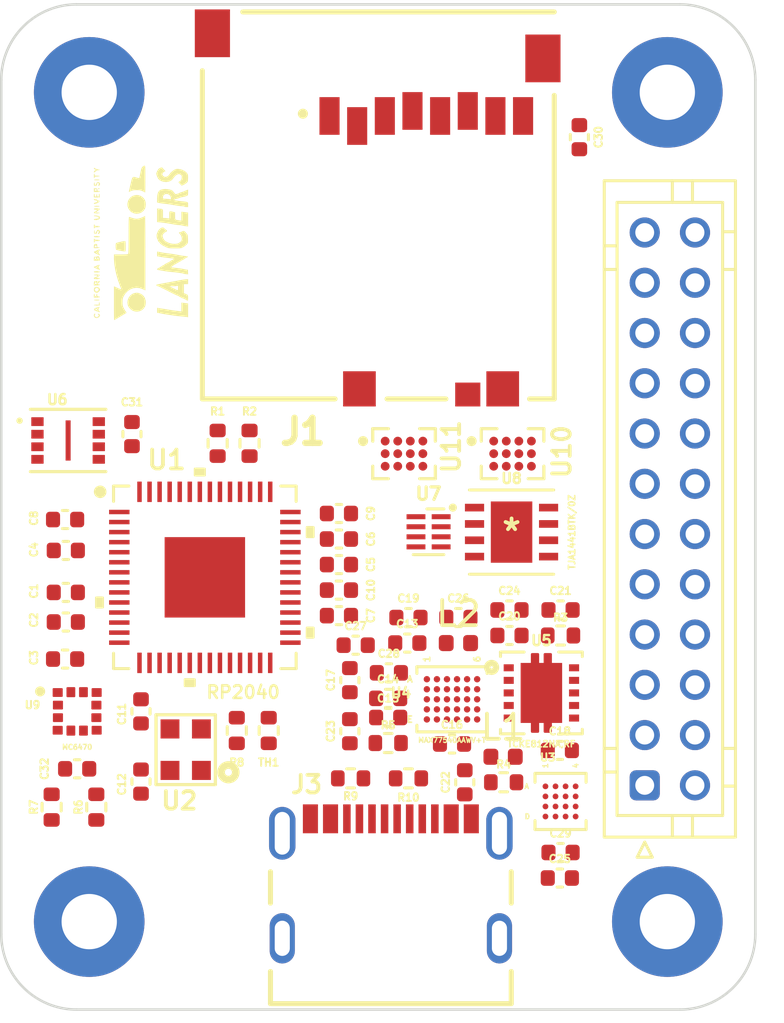
<source format=kicad_pcb>
(kicad_pcb (version 20211014) (generator pcbnew)
  (layers (0 "F.Cu" signal) (31 "B.Cu" signal) (34 "B.Paste" user) (35 "F.Paste" user) (36 "B.SilkS" user "B.Silkscreen") (37 "F.SilkS" user "F.Silkscreen") (38 "B.Mask" user) (39 "F.Mask" user) (44 "Edge.Cuts" user))
  (net 0 "")
  (net 1 "SD_DAT2")
  (net 2 "SD_DAT3")
  (net 3 "SD_CMD")
  (net 4 "SD_CLK")
  (net 5 "GND")
  (net 6 "SD_DAT0")
  (net 7 "SD_DAT1")
  (net 8 "+3V3")
  (net 9 "V_BUS")
  (net 10 "/Power/V_OUT")
  (net 11 "CAN_HI")
  (net 12 "CAN_LO")
  (net 13 "Net-(C18-Pad1)")
  (net 14 "Net-(C20-Pad1)")
  (net 15 "Net-(C20-Pad2)")
  (net 16 "DP")
  (net 17 "Net-(C21-Pad1)")
  (net 18 "Net-(C23-Pad1)")
  (net 19 "+1V1")
  (net 20 "/MCU/CLOCK")
  (net 21 "Net-(R3-Pad1)")
  (net 22 "Net-(C25-Pad1)")
  (net 23 "Net-(C25-Pad2)")
  (net 24 "Net-(C32-Pad2)")
  (net 25 "GPIO_CD")
  (net 26 "VIN_5V")
  (net 27 "GPIO_RESET")
  (net 28 "SWCIK")
  (net 29 "SWDIO")
  (net 30 "GPIO_12_A1")
  (net 31 "GPIO_1")
  (net 32 "GPIO_13_A2")
  (net 33 "GPIO_2")
  (net 34 "GPIO_14_A3")
  (net 35 "Net-(R2-Pad1)")
  (net 36 "GPIO_3")
  (net 37 "VIN_12V")
  (net 38 "CONN_15_A4")
  (net 39 "DN")
  (net 40 "GPIO_TEMP")
  (net 41 "V_SEL")
  (net 42 "VIN")
  (net 43 "GPIO_4")
  (net 44 "Net-(R1-Pad1)")
  (net 45 "Net-(R4-Pad1)")
  (net 46 "Net-(R5-Pad2)")
  (net 47 "SDA_1")
  (net 48 "SCL_1")
  (net 49 "SDA_0")
  (net 50 "SCL_0")
  (net 51 "GPIO_23")
  (net 52 "GPIO_11")
  (net 53 "GPIO_10")
  (net 54 "GPIO_9")
  (net 55 "GPIO_8")
  (net 57 "GPIO_CAN_TXD")
  (net 58 "GPIO_5")
  (net 59 "GPIO_6")
  (net 60 "GPIO_7")
  (net 61 "QSPI_SS")
  (net 67 "+5V")
  (net 70 "Net-(U7-Pad)")
  (net 71 "Net-(U7-Pad)_1")
  (net 73 "CAN-HI")
  (net 84 "QSPI_SD3")
  (net 85 "QSPI_SCLK")
  (net 86 "QSPI_SD0")
  (net 87 "QSPI_SD2")
  (net 88 "QSPI_SD1")
  (net 90 "CONN_19_A8")
  (net 91 "CONN_20_A9")
  (net 92 "CONN_21_A10")
  (net 93 "CONN_22_A11")
  (net 97 "Net-(J3-PadB5)")
  (net 98 "Net-(J3-PadA5)")
  (footprint "graphics:cbu-small" (layer "F.Cu") (at 104.5 87.5 90)
    (fp_text reference "G***" hide)
    (fp_text value "LOGO" hide)
  )
  (footprint "personal:C_0402_1005Metric" (layer "F.Cu") (at 114.393 106.378)
    (fp_text reference "C15" (at 0 -0.762) (layer "F.SilkS") (effects (font (size 0.3 0.3) (thickness 0.075))))
    (fp_text value "22µF")
    (pad "1" smd roundrect (at -0.48 0) (size 0.56 0.62) (layers "F.Cu" "F.Paste" "F.Mask") (net 5 "GND"))
    (pad "2" smd roundrect (at 0.48 0) (size 0.56 0.62) (layers "F.Cu" "F.Paste" "F.Mask") (net 67 "+5V"))
  )
  (footprint "personal:C_0402_1005Metric" (layer "F.Cu") (at 104.56 106.134 90)
    (fp_text reference "C11" (at -0.107836 -0.762 90) (layer "F.SilkS") (effects (font (size 0.3 0.3) (thickness 0.075))))
    (fp_text value "15pF")
    (pad "1" smd roundrect (at -0.48 0 90) (size 0.56 0.62) (layers "F.Cu" "F.Paste" "F.Mask") (net 20 "/MCU/CLOCK"))
    (pad "2" smd roundrect (at 0.48 0 90) (size 0.56 0.62) (layers "F.Cu" "F.Paste" "F.Mask") (net 5 "GND"))
  )
  (footprint "personal:C_0402_1005Metric" (layer "F.Cu") (at 119.219 103.114)
    (fp_text reference "C20" (at 0 -0.762) (layer "F.SilkS") (effects (font (size 0.3 0.3) (thickness 0.075))))
    (fp_text value "0.1µF")
    (pad "1" smd roundrect (at -0.48 0) (size 0.56 0.62) (layers "F.Cu" "F.Paste" "F.Mask") (net 14 "Net-(C20-Pad1)"))
    (pad "2" smd roundrect (at 0.48 0) (size 0.56 0.62) (layers "F.Cu" "F.Paste" "F.Mask") (net 15 "Net-(C20-Pad2)"))
  )
  (footprint "personal:PSON50P200X300X50-9N" (layer "F.Cu") (at 101.66 95.354)
    (fp_text reference "U6" (at -0.4318 -1.6256) (layer "F.SilkS") (effects (font (size 0.4 0.4) (thickness 0.1))))
    (fp_text value "GD25Q40CEIGR")
    (pad "1" smd roundrect (at -1.22 -0.75) (size 0.49 0.35) (layers "F.Cu" "F.Paste" "F.Mask") (roundrect_rratio 0.04) (net 61 "QSPI_SS"))
    (pad "2" smd roundrect (at -1.22 -0.25) (size 0.49 0.35) (layers "F.Cu" "F.Paste" "F.Mask") (roundrect_rratio 0.04) (net 88 "QSPI_SD1"))
    (pad "3" smd roundrect (at -1.22 0.25) (size 0.49 0.35) (layers "F.Cu" "F.Paste" "F.Mask") (roundrect_rratio 0.04) (net 87 "QSPI_SD2"))
    (pad "4" smd roundrect (at -1.22 0.75) (size 0.49 0.35) (layers "F.Cu" "F.Paste" "F.Mask") (roundrect_rratio 0.04) (net 5 "GND"))
    (pad "5" smd roundrect (at 1.22 0.75) (size 0.49 0.35) (layers "F.Cu" "F.Paste" "F.Mask") (roundrect_rratio 0.04) (net 86 "QSPI_SD0"))
    (pad "6" smd roundrect (at 1.22 0.25) (size 0.49 0.35) (layers "F.Cu" "F.Paste" "F.Mask") (roundrect_rratio 0.04) (net 85 "QSPI_SCLK"))
    (pad "7" smd roundrect (at 1.22 -0.25) (size 0.49 0.35) (layers "F.Cu" "F.Paste" "F.Mask") (roundrect_rratio 0.04) (net 84 "QSPI_SD3"))
    (pad "8" smd roundrect (at 1.22 -0.75) (size 0.49 0.35) (layers "F.Cu" "F.Paste" "F.Mask") (roundrect_rratio 0.04) (net 8 "+3V3"))
    (pad "9" smd rect (at 0 0) (size 0.2 1.6) (layers "F.Cu" "F.Mask"))
  )
  (footprint "Inductor_SMD:L_0402_1005Metric" (layer "F.Cu") (at 117.187 103.416)
    (fp_text reference "L2" (at 0 -1.17) (layer "F.SilkS"))
    (fp_text value "0.47µH")
    (pad "1" smd roundrect (at -0.485 0) (size 0.59 0.64) (layers "F.Cu" "F.Paste" "F.Mask") (net 8 "+3V3"))
    (pad "2" smd roundrect (at 0.485 0) (size 0.59 0.64) (layers "F.Cu" "F.Paste" "F.Mask") (net 23 "Net-(C25-Pad2)"))
  )
  (footprint "personal:R_0402_1005Metric" (layer "F.Cu") (at 118.988 108.956)
    (fp_text reference "R4" (at 0 -0.7112) (layer "F.SilkS") (effects (font (size 0.3 0.3) (thickness 0.075))))
    (fp_text value "75k")
    (pad "1" smd roundrect (at -0.51 0) (size 0.54 0.64) (layers "F.Cu" "F.Paste" "F.Mask") (net 45 "Net-(R4-Pad1)"))
    (pad "2" smd roundrect (at 0.51 0) (size 0.54 0.64) (layers "F.Cu" "F.Paste" "F.Mask") (net 5 "GND"))
  )
  (footprint "personal:C_0402_1005Metric" (layer "F.Cu") (at 122 83.284 -90)
    (fp_text reference "C30" (at 0 -0.762 90) (layer "F.SilkS") (effects (font (size 0.3 0.3) (thickness 0.075))))
    (fp_text value "0.1µF")
    (pad "1" smd roundrect (at -0.48 0 270) (size 0.56 0.62) (layers "F.Cu" "F.Paste" "F.Mask") (net 8 "+3V3"))
    (pad "2" smd roundrect (at 0.48 0 270) (size 0.56 0.62) (layers "F.Cu" "F.Paste" "F.Mask") (net 5 "GND"))
  )
  (footprint "personal:C_0402_1005Metric" (layer "F.Cu") (at 117.441 108.956 90)
    (fp_text reference "C22" (at 0 -0.762 90) (layer "F.SilkS") (effects (font (size 0.3 0.3) (thickness 0.075))))
    (fp_text value "22µF")
    (pad "1" smd roundrect (at -0.48 0 90) (size 0.56 0.62) (layers "F.Cu" "F.Paste" "F.Mask") (net 5 "GND"))
    (pad "2" smd roundrect (at 0.48 0 90) (size 0.56 0.62) (layers "F.Cu" "F.Paste" "F.Mask") (net 8 "+3V3"))
  )
  (footprint "personal:C_0402_1005Metric" (layer "F.Cu") (at 112.869 106.924 90)
    (fp_text reference "C23" (at 0 -0.762 90) (layer "F.SilkS") (effects (font (size 0.3 0.3) (thickness 0.075))))
    (fp_text value "0.1µF")
    (pad "1" smd roundrect (at -0.48 0 90) (size 0.56 0.62) (layers "F.Cu" "F.Paste" "F.Mask") (net 18 "Net-(C23-Pad1)"))
    (pad "2" smd roundrect (at 0.48 0 90) (size 0.56 0.62) (layers "F.Cu" "F.Paste" "F.Mask") (net 5 "GND"))
  )
  (footprint "personal:R_0402_1005Metric" (layer "F.Cu") (at 108.37 106.896 90)
    (fp_text reference "R8" (at -1.27 0 180) (layer "F.SilkS") (effects (font (size 0.3 0.3) (thickness 0.075))))
    (fp_text value "470k")
    (pad "1" smd roundrect (at -0.51 0 90) (size 0.54 0.64) (layers "F.Cu" "F.Paste" "F.Mask") (net 8 "+3V3"))
    (pad "2" smd roundrect (at 0.51 0 90) (size 0.54 0.64) (layers "F.Cu" "F.Paste" "F.Mask") (net 40 "GPIO_TEMP"))
  )
  (footprint "personal:WSON10B_TOS" (layer "F.Cu") (at 120.489 105.4)
    (fp_text reference "U5" (at 0 -2.0828) (layer "F.SilkS") (effects (font (size 0.4 0.4) (thickness 0.1))))
    (fp_text value "TCKE812NA,RF" (at 0 2.032) (layer "F.SilkS") (effects (font (size 0.25 0.25) (thickness 0.0625))))
    (fp_poly (pts (xy 0.3683 -1.1938) (xy 0.3683 -1.5367) (xy 0.1397 -1.5367) (xy 0.1397 -1.1938)) (layer "F.Cu") (width 0.1) (fill solid))
    (fp_poly (pts (xy -0.3683 -1.1938) (xy -0.3683 -1.5367) (xy -0.1397 -1.5367) (xy -0.1397 -1.1938)) (layer "F.Cu") (width 0.1) (fill solid))
    (fp_poly (pts (xy 0.3683 1.1938) (xy 0.3683 1.5367) (xy 0.1397 1.5367) (xy 0.1397 1.1938)) (layer "F.Cu") (width 0.1) (fill solid))
    (fp_poly (pts (xy -0.3683 1.1938) (xy -0.3683 1.5367) (xy -0.1397 1.5367) (xy -0.1397 1.1938)) (layer "F.Cu") (width 0.1) (fill solid))
    (pad "1" smd rect (at -1.299997 -1.000001) (size 0.4 0.2794) (layers "F.Cu" "F.Paste" "F.Mask") (net 17 "Net-(C21-Pad1)"))
    (pad "2" smd rect (at -1.299997 -0.499999) (size 0.4 0.2794) (layers "F.Cu" "F.Paste" "F.Mask") (net 41 "V_SEL"))
    (pad "3" smd rect (at -1.299997 0) (size 0.4 0.2794) (layers "F.Cu" "F.Paste" "F.Mask") (net 41 "V_SEL"))
    (pad "4" smd rect (at -1.299997 0.499999) (size 0.4 0.2794) (layers "F.Cu" "F.Paste" "F.Mask") (net 41 "V_SEL"))
    (pad "5" smd rect (at -1.299997 1.000001) (size 0.4 0.2794) (layers "F.Cu" "F.Paste" "F.Mask") (net 41 "V_SEL"))
    (pad "6" smd rect (at 1.299997 1.000001) (size 0.4 0.2794) (layers "F.Cu" "F.Paste" "F.Mask") (net 10 "/Power/V_OUT"))
    (pad "7" smd rect (at 1.299997 0.499999) (size 0.4 0.2794) (layers "F.Cu" "F.Paste" "F.Mask") (net 10 "/Power/V_OUT"))
    (pad "8" smd rect (at 1.299997 0) (size 0.4 0.2794) (layers "F.Cu" "F.Paste" "F.Mask") (net 10 "/Power/V_OUT"))
    (pad "9" smd rect (at 1.299997 -0.499999) (size 0.4 0.2794) (layers "F.Cu" "F.Paste" "F.Mask"))
    (pad "10" smd rect (at 1.299997 -1.000001) (size 0.4 0.2794) (layers "F.Cu" "F.Paste" "F.Mask") (net 21 "Net-(R3-Pad1)"))
    (pad "11" smd rect (at 0 0) (size 1.651 2.3876) (layers "F.Cu" "F.Paste" "F.Mask") (net 5 "GND"))
  )
  (footprint "personal:R_0402_1005Metric" (layer "F.Cu") (at 112.9 108.8 180)
    (fp_text reference "R9" (at 0 -0.7112) (layer "F.SilkS") (effects (font (size 0.3 0.3) (thickness 0.075))))
    (fp_text value "5.1k")
    (pad "1" smd roundrect (at -0.51 0 180) (size 0.54 0.64) (layers "F.Cu" "F.Paste" "F.Mask") (net 98 "Net-(J3-PadA5)"))
    (pad "2" smd roundrect (at 0.51 0 180) (size 0.54 0.64) (layers "F.Cu" "F.Paste" "F.Mask") (net 5 "GND"))
  )
  (footprint "MountingHole:MountingHole_2.2mm_M2_Pad_TopBottom" (layer "F.Cu") (at 125.5 114.5)
    (fp_text reference "H2")
    (fp_text value "M2")
    (pad "1" thru_hole circle (at 0 0) (size 2.6 2.6) (drill 2.2) (layers *.Cu *.Mask) (net 5 "GND"))
    (pad "1" connect circle (at 0 0) (size 4.4 4.4) (layers "B.Cu" "B.Mask") (net 5 "GND"))
    (pad "1" connect circle (at 0 0) (size 4.4 4.4) (layers "F.Cu" "F.Mask") (net 5 "GND"))
  )
  (footprint "MountingHole:MountingHole_2.2mm_M2_Pad_TopBottom" (layer "F.Cu") (at 102.5 114.5)
    (fp_text reference "H1")
    (fp_text value "M2")
    (pad "1" connect circle (at 0 0) (size 4.4 4.4) (layers "B.Cu" "B.Mask") (net 5 "GND"))
    (pad "1" connect circle (at 0 0) (size 4.4 4.4) (layers "F.Cu" "F.Mask") (net 5 "GND"))
    (pad "1" thru_hole circle (at 0 0) (size 2.6 2.6) (drill 2.2) (layers *.Cu *.Mask) (net 5 "GND"))
  )
  (footprint "personal:GCT_MEM2051-00-195-00-A_REVC" (layer "F.Cu") (at 114 86.1 180)
    (fp_text reference "J1" (at 3 -8.9) (layer "F.SilkS") (effects (font (thickness 0.25))))
    (fp_text value "MEM2051-00-195-00-A_REVC")
    (pad "1" smd rect (at 1.94 3.66 180) (size 0.8 1.5) (layers "F.Cu" "F.Paste" "F.Mask") (net 1 "SD_DAT2"))
    (pad "2" smd rect (at 0.84 3.26 180) (size 0.8 1.5) (layers "F.Cu" "F.Paste" "F.Mask") (net 2 "SD_DAT3"))
    (pad "3" smd rect (at -0.26 3.66 180) (size 0.8 1.5) (layers "F.Cu" "F.Paste" "F.Mask") (net 3 "SD_CMD"))
    (pad "4" smd rect (at -1.36 3.86 180) (size 0.8 1.5) (layers "F.Cu" "F.Paste" "F.Mask") (net 8 "+3V3"))
    (pad "5" smd rect (at -2.46 3.66 180) (size 0.8 1.5) (layers "F.Cu" "F.Paste" "F.Mask") (net 4 "SD_CLK"))
    (pad "6" smd rect (at -3.56 3.86 180) (size 0.8 1.5) (layers "F.Cu" "F.Paste" "F.Mask") (net 5 "GND"))
    (pad "7" smd rect (at -4.66 3.66 180) (size 0.8 1.5) (layers "F.Cu" "F.Paste" "F.Mask") (net 6 "SD_DAT0"))
    (pad "8" smd rect (at -5.76 3.66 180) (size 0.8 1.5) (layers "F.Cu" "F.Paste" "F.Mask") (net 7 "SD_DAT1"))
    (pad "9" smd rect (at -3.56 -7.425 180) (size 1 0.95) (layers "F.Cu" "F.Paste" "F.Mask") (net 25 "GPIO_CD"))
    (pad "10" smd rect (at -4.95 -7.2 180) (size 1.3 1.4) (layers "F.Cu" "F.Paste" "F.Mask") (net 5 "GND"))
    (pad "11" smd rect (at 0.75 -7.2 180) (size 1.3 1.4) (layers "F.Cu" "F.Paste" "F.Mask") (net 5 "GND"))
    (pad "12" smd rect (at -6.55 5.95 180) (size 1.4 1.9) (layers "F.Cu" "F.Paste" "F.Mask") (net 5 "GND"))
    (pad "13" smd rect (at 6.6 6.95 180) (size 1.4 1.9) (layers "F.Cu" "F.Paste" "F.Mask") (net 5 "GND"))
  )
  (footprint "personal:C_0402_1005Metric" (layer "F.Cu") (at 115.155 103.416)
    (fp_text reference "C13" (at 0 -0.762) (layer "F.SilkS") (effects (font (size 0.3 0.3) (thickness 0.075))))
    (fp_text value "0.1µF")
    (pad "1" smd roundrect (at -0.48 0) (size 0.56 0.62) (layers "F.Cu" "F.Paste" "F.Mask") (net 41 "V_SEL"))
    (pad "2" smd roundrect (at 0.48 0) (size 0.56 0.62) (layers "F.Cu" "F.Paste" "F.Mask") (net 5 "GND"))
  )
  (footprint "MountingHole:MountingHole_2.2mm_M2_Pad_TopBottom" (layer "F.Cu") (at 102.5 81.5)
    (fp_text reference "H4")
    (fp_text value "M2")
    (pad "1" connect circle (at 0 0) (size 4.4 4.4) (layers "B.Cu" "B.Mask") (net 5 "GND"))
    (pad "1" connect circle (at 0 0) (size 4.4 4.4) (layers "F.Cu" "F.Mask") (net 5 "GND"))
    (pad "1" thru_hole circle (at 0 0) (size 2.6 2.6) (drill 2.2) (layers *.Cu *.Mask) (net 5 "GND"))
  )
  (footprint "personal:C_0402_1005Metric" (layer "F.Cu") (at 112.434 101.308)
    (fp_text reference "C10" (at 1.27 0 270) (layer "F.SilkS") (effects (font (size 0.3 0.3) (thickness 0.075))))
    (fp_text value "0.1µF")
    (pad "1" smd roundrect (at -0.48 0) (size 0.56 0.62) (layers "F.Cu" "F.Paste" "F.Mask") (net 19 "+1V1"))
    (pad "2" smd roundrect (at 0.48 0) (size 0.56 0.62) (layers "F.Cu" "F.Paste" "F.Mask") (net 5 "GND"))
  )
  (footprint "MountingHole:MountingHole_2.2mm_M2_Pad_TopBottom" (layer "F.Cu") (at 125.5 81.5)
    (fp_text reference "H3")
    (fp_text value "M2")
    (pad "1" connect circle (at 0 0) (size 4.4 4.4) (layers "F.Cu" "F.Mask") (net 5 "GND"))
    (pad "1" connect circle (at 0 0) (size 4.4 4.4) (layers "B.Cu" "B.Mask") (net 5 "GND"))
    (pad "1" thru_hole circle (at 0 0) (size 2.6 2.6) (drill 2.2) (layers *.Cu *.Mask) (net 5 "GND"))
  )
  (footprint "Connector_JST:JST_PHD_B24B-PHDSS_2x12_P2.00mm_Vertical" (layer "F.Cu") (at 124.6 109.0775 90)
    (fp_text reference "J2")
    (fp_text value "Conn_02x20_Odd_Even")
    (pad "1" thru_hole roundrect (at 0 0 90) (size 1.2 1.2) (drill 0.75) (layers *.Cu *.Mask) (roundrect_rratio 0.208333) (net 12 "CAN_LO"))
    (pad "2" thru_hole circle (at 0 2 90) (size 1.2 1.2) (drill 0.75) (layers *.Cu *.Mask) (net 11 "CAN_HI"))
    (pad "3" thru_hole circle (at 2 0 90) (size 1.2 1.2) (drill 0.75) (layers *.Cu *.Mask) (net 12 "CAN_LO"))
    (pad "4" thru_hole circle (at 2 2 90) (size 1.2 1.2) (drill 0.75) (layers *.Cu *.Mask) (net 11 "CAN_HI"))
    (pad "5" thru_hole circle (at 4 0 90) (size 1.2 1.2) (drill 0.75) (layers *.Cu *.Mask) (net 26 "VIN_5V"))
    (pad "6" thru_hole circle (at 4 2 90) (size 1.2 1.2) (drill 0.75) (layers *.Cu *.Mask) (net 37 "VIN_12V"))
    (pad "7" thru_hole circle (at 6 0 90) (size 1.2 1.2) (drill 0.75) (layers *.Cu *.Mask) (net 27 "GPIO_RESET"))
    (pad "8" thru_hole circle (at 6 2 90) (size 1.2 1.2) (drill 0.75) (layers *.Cu *.Mask) (net 5 "GND"))
    (pad "9" thru_hole circle (at 8 0 90) (size 1.2 1.2) (drill 0.75) (layers *.Cu *.Mask) (net 28 "SWCIK"))
    (pad "10" thru_hole circle (at 8 2 90) (size 1.2 1.2) (drill 0.75) (layers *.Cu *.Mask) (net 29 "SWDIO"))
    (pad "11" thru_hole circle (at 10 0 90) (size 1.2 1.2) (drill 0.75) (layers *.Cu *.Mask) (net 8 "+3V3"))
    (pad "12" thru_hole circle (at 10 2 90) (size 1.2 1.2) (drill 0.75) (layers *.Cu *.Mask) (net 67 "+5V"))
    (pad "13" thru_hole circle (at 12 0 90) (size 1.2 1.2) (drill 0.75) (layers *.Cu *.Mask) (net 8 "+3V3"))
    (pad "14" thru_hole circle (at 12 2 90) (size 1.2 1.2) (drill 0.75) (layers *.Cu *.Mask) (net 67 "+5V"))
    (pad "15" thru_hole circle (at 14 0 90) (size 1.2 1.2) (drill 0.75) (layers *.Cu *.Mask) (net 5 "GND"))
    (pad "16" thru_hole circle (at 14 2 90) (size 1.2 1.2) (drill 0.75) (layers *.Cu *.Mask) (net 5 "GND"))
    (pad "17" thru_hole circle (at 16 0 90) (size 1.2 1.2) (drill 0.75) (layers *.Cu *.Mask) (net 30 "GPIO_12_A1"))
    (pad "18" thru_hole circle (at 16 2 90) (size 1.2 1.2) (drill 0.75) (layers *.Cu *.Mask) (net 31 "GPIO_1"))
    (pad "19" thru_hole circle (at 18 0 90) (size 1.2 1.2) (drill 0.75) (layers *.Cu *.Mask) (net 32 "GPIO_13_A2"))
    (pad "20" thru_hole circle (at 18 2 90) (size 1.2 1.2) (drill 0.75) (layers *.Cu *.Mask) (net 33 "GPIO_2"))
    (pad "21" thru_hole circle (at 20 0 90) (size 1.2 1.2) (drill 0.75) (layers *.Cu *.Mask) (net 34 "GPIO_14_A3"))
    (pad "22" thru_hole circle (at 20 2 90) (size 1.2 1.2) (drill 0.75) (layers *.Cu *.Mask) (net 36 "GPIO_3"))
    (pad "23" thru_hole circle (at 22 0 90) (size 1.2 1.2) (drill 0.75) (layers *.Cu *.Mask) (net 38 "CONN_15_A4"))
    (pad "24" thru_hole circle (at 22 2 90) (size 1.2 1.2) (drill 0.75) (layers *.Cu *.Mask) (net 43 "GPIO_4"))
  )
  (footprint "personal:21-100414_W302P2Z+1_MXM" (layer "F.Cu") (at 116.933 105.654)
    (fp_text reference "U4" (at -2.032 -0.254) (layer "F.SilkS") (effects (font (size 0.4 0.4) (thickness 0.1))))
    (fp_text value "MAX77540AAWV+T" (at 0 1.6256) (layer "F.SilkS") (effects (font (size 0.2 0.2) (thickness 0.05))))
    (fp_text user "6" (at 1 -1.6002 90) (layer "F.SilkS") (effects (font (size 0.25 0.25) (thickness 0.0625))))
    (fp_text user "A" (at -1.6764 -0.8) (layer "F.SilkS") (effects (font (size 0.25 0.25) (thickness 0.0625))))
    (fp_text user "E" (at -1.6764 0.8) (layer "F.SilkS") (effects (font (size 0.25 0.25) (thickness 0.0625))))
    (fp_text user "1" (at -1 -1.6002 90) (layer "F.SilkS") (effects (font (size 0.25 0.25) (thickness 0.0625))))
    (pad "A1" smd circle (at -1 -0.8) (size 0.254 0.254) (layers "F.Cu" "F.Paste" "F.Mask") (net 5 "GND"))
    (pad "A2" smd circle (at -0.6 -0.8) (size 0.254 0.254) (layers "F.Cu" "F.Paste" "F.Mask") (net 15 "Net-(C20-Pad2)"))
    (pad "A3" smd circle (at -0.2 -0.8) (size 0.254 0.254) (layers "F.Cu" "F.Paste" "F.Mask") (net 10 "/Power/V_OUT"))
    (pad "A4" smd circle (at 0.2 -0.8) (size 0.254 0.254) (layers "F.Cu" "F.Paste" "F.Mask") (net 10 "/Power/V_OUT"))
    (pad "A5" smd circle (at 0.6 -0.8) (size 0.254 0.254) (layers "F.Cu" "F.Paste" "F.Mask") (net 23 "Net-(C25-Pad2)"))
    (pad "A6" smd circle (at 1 -0.8) (size 0.254 0.254) (layers "F.Cu" "F.Paste" "F.Mask") (net 5 "GND"))
    (pad "B1" smd circle (at -1 -0.4) (size 0.254 0.254) (layers "F.Cu" "F.Paste" "F.Mask") (net 14 "Net-(C20-Pad1)"))
    (pad "B2" smd circle (at -0.6 -0.4) (size 0.254 0.254) (layers "F.Cu" "F.Paste" "F.Mask") (net 15 "Net-(C20-Pad2)"))
    (pad "B3" smd circle (at -0.2 -0.4) (size 0.254 0.254) (layers "F.Cu" "F.Paste" "F.Mask"))
    (pad "B4" smd circle (at 0.2 -0.4) (size 0.254 0.254) (layers "F.Cu" "F.Paste" "F.Mask"))
    (pad "B5" smd circle (at 0.6 -0.4) (size 0.254 0.254) (layers "F.Cu" "F.Paste" "F.Mask") (net 23 "Net-(C25-Pad2)"))
    (pad "B6" smd circle (at 1 -0.4) (size 0.254 0.254) (layers "F.Cu" "F.Paste" "F.Mask") (net 22 "Net-(C25-Pad1)"))
    (pad "C1" smd circle (at -1 0) (size 0.254 0.254) (layers "F.Cu" "F.Paste" "F.Mask") (net 67 "+5V"))
    (pad "C2" smd circle (at -0.6 0) (size 0.254 0.254) (layers "F.Cu" "F.Paste" "F.Mask") (net 10 "/Power/V_OUT"))
    (pad "C3" smd circle (at -0.2 0) (size 0.254 0.254) (layers "F.Cu" "F.Paste" "F.Mask") (net 5 "GND"))
    (pad "C4" smd circle (at 0.2 0) (size 0.254 0.254) (layers "F.Cu" "F.Paste" "F.Mask") (net 5 "GND"))
    (pad "C5" smd circle (at 0.6 0) (size 0.254 0.254) (layers "F.Cu" "F.Paste" "F.Mask") (net 10 "/Power/V_OUT"))
    (pad "C6" smd circle (at 1 0) (size 0.254 0.254) (layers "F.Cu" "F.Paste" "F.Mask") (net 8 "+3V3"))
    (pad "D1" smd circle (at -1 0.4) (size 0.254 0.254) (layers "F.Cu" "F.Paste" "F.Mask") (net 46 "Net-(R5-Pad2)"))
    (pad "D2" smd circle (at -0.6 0.4) (size 0.254 0.254) (layers "F.Cu" "F.Paste" "F.Mask") (net 45 "Net-(R4-Pad1)"))
    (pad "D3" smd circle (at -0.2 0.4) (size 0.254 0.254) (layers "F.Cu" "F.Paste" "F.Mask") (net 5 "GND"))
    (pad "D4" smd circle (at 0.2 0.4) (size 0.254 0.254) (layers "F.Cu" "F.Paste" "F.Mask") (net 18 "Net-(C23-Pad1)"))
    (pad "D5" smd circle (at 0.6 0.4) (size 0.254 0.254) (layers "F.Cu" "F.Paste" "F.Mask") (net 5 "GND"))
    (pad "D6" smd circle (at 1 0.4) (size 0.254 0.254) (layers "F.Cu" "F.Paste" "F.Mask") (net 5 "GND"))
    (pad "E1" smd circle (at -1 0.8) (size 0.254 0.254) (layers "F.Cu" "F.Paste" "F.Mask") (net 13 "Net-(C18-Pad1)"))
    (pad "E2" smd circle (at -0.6 0.8) (size 0.254 0.254) (layers "F.Cu" "F.Paste" "F.Mask") (net 13 "Net-(C18-Pad1)"))
    (pad "E3" smd circle (at -0.2 0.8) (size 0.254 0.254) (layers "F.Cu" "F.Paste" "F.Mask") (net 5 "GND"))
    (pad "E4" smd circle (at 0.2 0.8) (size 0.254 0.254) (layers "F.Cu" "F.Paste" "F.Mask") (net 13 "Net-(C18-Pad1)"))
    (pad "E5" smd circle (at 0.6 0.8) (size 0.254 0.254) (layers "F.Cu" "F.Paste" "F.Mask") (net 10 "/Power/V_OUT"))
    (pad "E6" smd circle (at 1 0.8) (size 0.254 0.254) (layers "F.Cu" "F.Paste" "F.Mask") (net 5 "GND"))
  )
  (footprint "personal:DFN-8_1.7x1.35mm_P0.4mm" (layer "F.Cu") (at 116.45 99.1375)
    (fp_text reference "U7" (at -0.45 -1.6615) (layer "F.SilkS") (effects (font (size 0.5 0.5) (thickness 0.125))))
    (fp_text value "UM3202")
    (pad "1" smd rect (at -0.95 -0.75) (size 0.75 0.2) (layers "F.Cu" "F.Paste" "F.Mask"))
    (pad "2" smd rect (at -0.95 -0.35) (size 0.75 0.2) (layers "F.Cu" "F.Paste" "F.Mask"))
    (pad "3" smd rect (at -0.95 0.05) (size 0.75 0.2) (layers "F.Cu" "F.Paste" "F.Mask"))
    (pad "4" smd rect (at -0.95 0.45) (size 0.75 0.2) (layers "F.Cu" "F.Paste" "F.Mask"))
    (pad "5" smd rect (at 0.05 0.45) (size 0.75 0.2) (layers "F.Cu" "F.Paste" "F.Mask"))
    (pad "6" smd rect (at 0.05 0.05) (size 0.75 0.2) (layers "F.Cu" "F.Paste" "F.Mask"))
    (pad "7" smd rect (at 0.05 -0.35) (size 0.75 0.2) (layers "F.Cu" "F.Paste" "F.Mask"))
    (pad "8" smd rect (at 0.05 -0.75) (size 0.75 0.2) (layers "F.Cu" "F.Paste" "F.Mask"))
  )
  (footprint "personal:IC57_RP2040" (layer "F.Cu") (at 107.1 100.8)
    (fp_text reference "U1" (at -1.524 -4.6736) (layer "F.SilkS") (effects (font (size 0.75 0.75))))
    (fp_text value "RP2040" (at 1.524 4.572) (layer "F.SilkS") (effects (font (size 0.5 0.5) (thickness 0.1))))
    (pad "1" smd rect (at -3.4036 -2.6 90) (size 0.1778 0.8128) (layers "F.Cu" "F.Paste" "F.Mask") (net 8 "+3V3"))
    (pad "2" smd rect (at -3.4036 -2.200001 90) (size 0.1778 0.8128) (layers "F.Cu" "F.Paste" "F.Mask") (net 6 "SD_DAT0"))
    (pad "3" smd rect (at -3.4036 -1.799999 90) (size 0.1778 0.8128) (layers "F.Cu" "F.Paste" "F.Mask") (net 7 "SD_DAT1"))
    (pad "4" smd rect (at -3.4036 -1.4 90) (size 0.1778 0.8128) (layers "F.Cu" "F.Paste" "F.Mask") (net 1 "SD_DAT2"))
    (pad "5" smd rect (at -3.4036 -1.000001 90) (size 0.1778 0.8128) (layers "F.Cu" "F.Paste" "F.Mask") (net 2 "SD_DAT3"))
    (pad "6" smd rect (at -3.4036 -0.599999 90) (size 0.1778 0.8128) (layers "F.Cu" "F.Paste" "F.Mask") (net 3 "SD_CMD"))
    (pad "7" smd rect (at -3.4036 -0.2 90) (size 0.1778 0.8128) (layers "F.Cu" "F.Paste" "F.Mask") (net 4 "SD_CLK"))
    (pad "8" smd rect (at -3.4036 0.2 90) (size 0.1778 0.8128) (layers "F.Cu" "F.Paste" "F.Mask") (net 47 "SDA_1"))
    (pad "9" smd rect (at -3.4036 0.599999 90) (size 0.1778 0.8128) (layers "F.Cu" "F.Paste" "F.Mask") (net 48 "SCL_1"))
    (pad "10" smd rect (at -3.4036 1.000001 90) (size 0.1778 0.8128) (layers "F.Cu" "F.Paste" "F.Mask") (net 8 "+3V3"))
    (pad "11" smd rect (at -3.4036 1.4 90) (size 0.1778 0.8128) (layers "F.Cu" "F.Paste" "F.Mask") (net 49 "SDA_0"))
    (pad "12" smd rect (at -3.4036 1.799999 90) (size 0.1778 0.8128) (layers "F.Cu" "F.Paste" "F.Mask") (net 50 "SCL_0"))
    (pad "13" smd rect (at -3.4036 2.200001 90) (size 0.1778 0.8128) (layers "F.Cu" "F.Paste" "F.Mask") (net 25 "GPIO_CD"))
    (pad "14" smd rect (at -3.4036 2.6 90) (size 0.1778 0.8128) (layers "F.Cu" "F.Paste" "F.Mask") (net 51 "GPIO_23"))
    (pad "15" smd rect (at -2.6 3.4036) (size 0.1778 0.8128) (layers "F.Cu" "F.Paste" "F.Mask") (net 52 "GPIO_11"))
    (pad "16" smd rect (at -2.200001 3.4036) (size 0.1778 0.8128) (layers "F.Cu" "F.Paste" "F.Mask") (net 53 "GPIO_10"))
    (pad "17" smd rect (at -1.799999 3.4036) (size 0.1778 0.8128) (layers "F.Cu" "F.Paste" "F.Mask") (net 54 "GPIO_9"))
    (pad "18" smd rect (at -1.4 3.4036) (size 0.1778 0.8128) (layers "F.Cu" "F.Paste" "F.Mask") (net 55 "GPIO_8"))
    (pad "19" smd rect (at -1.000001 3.4036) (size 0.1778 0.8128) (layers "F.Cu" "F.Paste" "F.Mask") (net 5 "GND"))
    (pad "20" smd rect (at -0.599999 3.4036) (size 0.1778 0.8128) (layers "F.Cu" "F.Paste" "F.Mask") (net 20 "/MCU/CLOCK"))
    (pad "21" smd rect (at -0.2 3.4036) (size 0.1778 0.8128) (layers "F.Cu" "F.Paste" "F.Mask"))
    (pad "22" smd rect (at 0.2 3.4036) (size 0.1778 0.8128) (layers "F.Cu" "F.Paste" "F.Mask") (net 8 "+3V3"))
    (pad "23" smd rect (at 0.599999 3.4036) (size 0.1778 0.8128) (layers "F.Cu" "F.Paste" "F.Mask") (net 19 "+1V1"))
    (pad "24" smd rect (at 1.000001 3.4036) (size 0.1778 0.8128) (layers "F.Cu" "F.Paste" "F.Mask") (net 28 "SWCIK"))
    (pad "25" smd rect (at 1.4 3.4036) (size 0.1778 0.8128) (layers "F.Cu" "F.Paste" "F.Mask") (net 29 "SWDIO"))
    (pad "26" smd rect (at 1.799999 3.4036) (size 0.1778 0.8128) (layers "F.Cu" "F.Paste" "F.Mask") (net 8 "+3V3"))
    (pad "27" smd rect (at 2.200001 3.4036) (size 0.1778 0.8128) (layers "F.Cu" "F.Paste" "F.Mask") (net 57 "GPIO_CAN_TXD"))
    (pad "28" smd rect (at 2.6 3.4036) (size 0.1778 0.8128) (layers "F.Cu" "F.Paste" "F.Mask") (net 57 "GPIO_CAN_TXD"))
    (pad "29" smd rect (at 3.4036 2.6 90) (size 0.1778 0.8128) (layers "F.Cu" "F.Paste" "F.Mask") (net 31 "GPIO_1"))
    (pad "30" smd rect (at 3.4036 2.200001 90) (size 0.1778 0.8128) (layers "F.Cu" "F.Paste" "F.Mask") (net 33 "GPIO_2"))
    (pad "31" smd rect (at 3.4036 1.799999 90) (size 0.1778 0.8128) (layers "F.Cu" "F.Paste" "F.Mask") (net 36 "GPIO_3"))
    (pad "32" smd rect (at 3.4036 1.4 90) (size 0.1778 0.8128) (layers "F.Cu" "F.Paste" "F.Mask") (net 43 "GPIO_4"))
    (pad "33" smd rect (at 3.4036 1.000001 90) (size 0.1778 0.8128) (layers "F.Cu" "F.Paste" "F.Mask") (net 8 "+3V3"))
    (pad "34" smd rect (at 3.4036 0.599999 90) (size 0.1778 0.8128) (layers "F.Cu" "F.Paste" "F.Mask") (net 58 "GPIO_5"))
    (pad "35" smd rect (at 3.4036 0.2 90) (size 0.1778 0.8128) (layers "F.Cu" "F.Paste" "F.Mask") (net 59 "GPIO_6"))
    (pad "36" smd rect (at 3.4036 -0.2 90) (size 0.1778 0.8128) (layers "F.Cu" "F.Paste" "F.Mask") (net 60 "GPIO_7"))
    (pad "37" smd rect (at 3.4036 -0.599999 90) (size 0.1778 0.8128) (layers "F.Cu" "F.Paste" "F.Mask") (net 55 "GPIO_8"))
    (pad "38" smd rect (at 3.4036 -1.000001 90) (size 0.1778 0.8128) (layers "F.Cu" "F.Paste" "F.Mask") (net 40 "GPIO_TEMP"))
    (pad "39" smd rect (at 3.4036 -1.4 90) (size 0.1778 0.8128) (layers "F.Cu" "F.Paste" "F.Mask") (net 34 "GPIO_14_A3"))
    (pad "40" smd rect (at 3.4036 -1.799999 90) (size 0.1778 0.8128) (layers "F.Cu" "F.Paste" "F.Mask") (net 32 "GPIO_13_A2"))
    (pad "41" smd rect (at 3.4036 -2.200001 90) (size 0.1778 0.8128) (layers "F.Cu" "F.Paste" "F.Mask") (net 30 "GPIO_12_A1"))
    (pad "42" smd rect (at 3.4036 -2.6 90) (size 0.1778 0.8128) (layers "F.Cu" "F.Paste" "F.Mask") (net 8 "+3V3"))
    (pad "43" smd rect (at 2.6 -3.4036) (size 0.1778 0.8128) (layers "F.Cu" "F.Paste" "F.Mask") (net 8 "+3V3"))
    (pad "44" smd rect (at 2.200001 -3.4036) (size 0.1778 0.8128) (layers "F.Cu" "F.Paste" "F.Mask") (net 8 "+3V3"))
    (pad "45" smd rect (at 1.799999 -3.4036) (size 0.1778 0.8128) (layers "F.Cu" "F.Paste" "F.Mask") (net 19 "+1V1"))
    (pad "46" smd rect (at 1.4 -3.4036) (size 0.1778 0.8128) (layers "F.Cu" "F.Paste" "F.Mask") (net 35 "Net-(R2-Pad1)"))
    (pad "47" smd rect (at 1.000001 -3.4036) (size 0.1778 0.8128) (layers "F.Cu" "F.Paste" "F.Mask") (net 44 "Net-(R1-Pad1)"))
    (pad "48" smd rect (at 0.599999 -3.4036) (size 0.1778 0.8128) (layers "F.Cu" "F.Paste" "F.Mask") (net 8 "+3V3"))
    (pad "49" smd rect (at 0.2 -3.4036) (size 0.1778 0.8128) (layers "F.Cu" "F.Paste" "F.Mask") (net 8 "+3V3"))
    (pad "50" smd rect (at -0.2 -3.4036) (size 0.1778 0.8128) (layers "F.Cu" "F.Paste" "F.Mask") (net 19 "+1V1"))
    (pad "51" smd rect (at -0.599999 -3.4036) (size 0.1778 0.8128) (layers "F.Cu" "F.Paste" "F.Mask") (net 84 "QSPI_SD3"))
    (pad "52" smd rect (at -1.000001 -3.4036) (size 0.1778 0.8128) (layers "F.Cu" "F.Paste" "F.Mask") (net 85 "QSPI_SCLK"))
    (pad "53" smd rect (at -1.4 -3.4036) (size 0.1778 0.8128) (layers "F.Cu" "F.Paste" "F.Mask") (net 86 "QSPI_SD0"))
    (pad "54" smd rect (at -1.799999 -3.4036) (size 0.1778 0.8128) (layers "F.Cu" "F.Paste" "F.Mask") (net 87 "QSPI_SD2"))
    (pad "55" smd rect (at -2.200001 -3.4036) (size 0.1778 0.8128) (layers "F.Cu" "F.Paste" "F.Mask") (net 88 "QSPI_SD1"))
    (pad "56" smd rect (at -2.6 -3.4036) (size 0.1778 0.8128) (layers "F.Cu" "F.Paste" "F.Mask") (net 61 "QSPI_SS"))
    (pad "57" smd rect (at 0 0) (size 3.2004 3.2004) (layers "F.Cu" "F.Mask") (net 5 "GND"))
  )
  (footprint "personal:C_0402_1005Metric" (layer "F.Cu") (at 121.251 111.75)
    (fp_text reference "C29" (at 0 -0.762) (layer "F.SilkS") (effects (font (size 0.3 0.3) (thickness 0.075))))
    (fp_text value "22µF")
    (pad "1" smd roundrect (at -0.48 0) (size 0.56 0.62) (layers "F.Cu" "F.Paste" "F.Mask") (net 5 "GND"))
    (pad "2" smd roundrect (at 0.48 0) (size 0.56 0.62) (layers "F.Cu" "F.Paste" "F.Mask") (net 8 "+3V3"))
  )
  (footprint "personal:C_0402_1005Metric" (layer "F.Cu") (at 121.251 102.098)
    (fp_text reference "C21" (at 0 -0.762) (layer "F.SilkS") (effects (font (size 0.3 0.3) (thickness 0.075))))
    (fp_text value "100pF")
    (pad "1" smd roundrect (at -0.48 0) (size 0.56 0.62) (layers "F.Cu" "F.Paste" "F.Mask") (net 17 "Net-(C21-Pad1)"))
    (pad "2" smd roundrect (at 0.48 0) (size 0.56 0.62) (layers "F.Cu" "F.Paste" "F.Mask") (net 5 "GND"))
  )
  (footprint "personal:C_0402_1005Metric" (layer "F.Cu") (at 101.54 104.052)
    (fp_text reference "C3" (at -1.24 -0.052 90) (layer "F.SilkS") (effects (font (size 0.3 0.3) (thickness 0.075))))
    (fp_text value "0.1µF")
    (pad "1" smd roundrect (at -0.48 0) (size 0.56 0.62) (layers "F.Cu" "F.Paste" "F.Mask") (net 8 "+3V3"))
    (pad "2" smd roundrect (at 0.48 0) (size 0.56 0.62) (layers "F.Cu" "F.Paste" "F.Mask") (net 5 "GND"))
  )
  (footprint "personal:C_0402_1005Metric" (layer "F.Cu") (at 113.1 103.5)
    (fp_text reference "C27" (at 0 -0.762) (layer "F.SilkS") (effects (font (size 0.3 0.3) (thickness 0.075))))
    (fp_text value "0.1µF")
    (pad "1" smd roundrect (at -0.48 0) (size 0.56 0.62) (layers "F.Cu" "F.Paste" "F.Mask") (net 10 "/Power/V_OUT"))
    (pad "2" smd roundrect (at 0.48 0) (size 0.56 0.62) (layers "F.Cu" "F.Paste" "F.Mask") (net 5 "GND"))
  )
  (footprint "personal:C_0402_1005Metric" (layer "F.Cu") (at 117.187 102.4)
    (fp_text reference "C26" (at 0 -0.762) (layer "F.SilkS") (effects (font (size 0.3 0.3) (thickness 0.075))))
    (fp_text value "22µF")
    (pad "1" smd roundrect (at -0.48 0) (size 0.56 0.62) (layers "F.Cu" "F.Paste" "F.Mask") (net 5 "GND"))
    (pad "2" smd roundrect (at 0.48 0) (size 0.56 0.62) (layers "F.Cu" "F.Paste" "F.Mask") (net 8 "+3V3"))
  )
  (footprint "personal:C_0402_1005Metric" (layer "F.Cu") (at 112.434 100.292)
    (fp_text reference "C5" (at 1.27 0 270) (layer "F.SilkS") (effects (font (size 0.3 0.3) (thickness 0.075))))
    (fp_text value "0.1µF")
    (pad "1" smd roundrect (at -0.48 0) (size 0.56 0.62) (layers "F.Cu" "F.Paste" "F.Mask") (net 8 "+3V3"))
    (pad "2" smd roundrect (at 0.48 0) (size 0.56 0.62) (layers "F.Cu" "F.Paste" "F.Mask") (net 5 "GND"))
  )
  (footprint "personal:C_0402_1005Metric" (layer "F.Cu") (at 121.223 112.766)
    (fp_text reference "C25" (at 0 -0.762) (layer "F.SilkS") (effects (font (size 0.3 0.3) (thickness 0.075))))
    (fp_text value "0.1µF")
    (pad "1" smd roundrect (at -0.48 0) (size 0.56 0.62) (layers "F.Cu" "F.Paste" "F.Mask") (net 22 "Net-(C25-Pad1)"))
    (pad "2" smd roundrect (at 0.48 0) (size 0.56 0.62) (layers "F.Cu" "F.Paste" "F.Mask") (net 23 "Net-(C25-Pad2)"))
  )
  (footprint "personal:C_0402_1005Metric" (layer "F.Cu") (at 112.434 99.276)
    (fp_text reference "C6" (at 1.27 0 270) (layer "F.SilkS") (effects (font (size 0.3 0.3) (thickness 0.075))))
    (fp_text value "0.1µF")
    (pad "1" smd roundrect (at -0.48 0) (size 0.56 0.62) (layers "F.Cu" "F.Paste" "F.Mask") (net 8 "+3V3"))
    (pad "2" smd roundrect (at 0.48 0) (size 0.56 0.62) (layers "F.Cu" "F.Paste" "F.Mask") (net 5 "GND"))
  )
  (footprint "personal:R_0402_1005Metric" (layer "F.Cu") (at 121.253 103.114)
    (fp_text reference "R3" (at 0 -0.7112) (layer "F.SilkS") (effects (font (size 0.3 0.3) (thickness 0.075))))
    (fp_text value "36k")
    (pad "1" smd roundrect (at -0.51 0) (size 0.54 0.64) (layers "F.Cu" "F.Paste" "F.Mask") (net 21 "Net-(R3-Pad1)"))
    (pad "2" smd roundrect (at 0.51 0) (size 0.54 0.64) (layers "F.Cu" "F.Paste" "F.Mask") (net 5 "GND"))
  )
  (footprint "personal:C_0402_1005Metric" (layer "F.Cu") (at 112.869 104.892 90)
    (fp_text reference "C17" (at 0 -0.762 90) (layer "F.SilkS") (effects (font (size 0.3 0.3) (thickness 0.075))))
    (fp_text value "22µF")
    (pad "1" smd roundrect (at -0.48 0 90) (size 0.56 0.62) (layers "F.Cu" "F.Paste" "F.Mask") (net 5 "GND"))
    (pad "2" smd roundrect (at 0.48 0 90) (size 0.56 0.62) (layers "F.Cu" "F.Paste" "F.Mask") (net 67 "+5V"))
  )
  (footprint "personal:C_0402_1005Metric" (layer "F.Cu") (at 116.933 107.432)
    (fp_text reference "C16" (at 0 -0.762) (layer "F.SilkS") (effects (font (size 0.3 0.3) (thickness 0.075))))
    (fp_text value "22µF")
    (pad "1" smd roundrect (at -0.48 0) (size 0.56 0.62) (layers "F.Cu" "F.Paste" "F.Mask") (net 5 "GND"))
    (pad "2" smd roundrect (at 0.48 0) (size 0.56 0.62) (layers "F.Cu" "F.Paste" "F.Mask") (net 67 "+5V"))
  )
  (footprint "personal:PQFN50P200X200X100-12N" (layer "F.Cu") (at 102.02 106.134)
    (fp_text reference "U9" (at -1.778 -0.254) (layer "F.SilkS") (effects (font (size 0.3 0.3) (thickness 0.075))))
    (fp_text value "MC6470" (at 0 1.4224) (layer "F.SilkS") (effects (font (size 0.2 0.2) (thickness 0.05))))
    (pad "1" smd roundrect (at -0.775 -0.75) (size 0.4 0.35) (layers "F.Cu" "F.Paste") (roundrect_rratio 0.09) (net 5 "GND"))
    (pad "2" smd roundrect (at -0.765 -0.25) (size 0.4 0.35) (layers "F.Cu" "F.Paste") (roundrect_rratio 0.09) (net 47 "SDA_1"))
    (pad "3" smd roundrect (at -0.765 0.25) (size 0.4 0.35) (layers "F.Cu" "F.Paste") (roundrect_rratio 0.09) (net 24 "Net-(C32-Pad2)"))
    (pad "4" smd roundrect (at -0.775 0.75) (size 0.4 0.35) (layers "F.Cu" "F.Paste") (roundrect_rratio 0.09))
    (pad "5" smd roundrect (at -0.25 0.765) (size 0.35 0.4) (layers "F.Cu" "F.Paste") (roundrect_rratio 0.1))
    (pad "6" smd roundrect (at 0.25 0.765) (size 0.35 0.4) (layers "F.Cu" "F.Paste") (roundrect_rratio 0.1))
    (pad "7" smd roundrect (at 0.775 0.75) (size 0.4 0.35) (layers "F.Cu" "F.Paste") (roundrect_rratio 0.09) (net 24 "Net-(C32-Pad2)"))
    (pad "8" smd roundrect (at 0.765 0.25) (size 0.4 0.35) (layers "F.Cu" "F.Paste") (roundrect_rratio 0.09))
    (pad "9" smd roundrect (at 0.765 -0.25) (size 0.4 0.35) (layers "F.Cu" "F.Paste") (roundrect_rratio 0.09) (net 5 "GND"))
    (pad "10" smd roundrect (at 0.775 -0.75) (size 0.4 0.35) (layers "F.Cu" "F.Paste") (roundrect_rratio 0.09))
    (pad "11" smd roundrect (at 0.25 -0.765) (size 0.35 0.4) (layers "F.Cu" "F.Paste") (roundrect_rratio 0.1))
    (pad "12" smd roundrect (at -0.25 -0.765) (size 0.35 0.4) (layers "F.Cu" "F.Paste") (roundrect_rratio 0.1) (net 48 "SCL_1"))
  )
  (footprint "personal:R_0402_1005Metric" (layer "F.Cu") (at 109.64 106.896 90)
    (fp_text reference "TH1" (at -1.27 0 180) (layer "F.SilkS") (effects (font (size 0.3 0.3) (thickness 0.075))))
    (fp_text value "NTC")
    (pad "1" smd roundrect (at -0.51 0 90) (size 0.54 0.64) (layers "F.Cu" "F.Paste" "F.Mask") (net 40 "GPIO_TEMP"))
    (pad "2" smd roundrect (at 0.51 0 90) (size 0.54 0.64) (layers "F.Cu" "F.Paste" "F.Mask") (net 5 "GND"))
  )
  (footprint "personal:C_0402_1005Metric" (layer "F.Cu") (at 101.568 102.578)
    (fp_text reference "C2" (at -1.268 -0.078 90) (layer "F.SilkS") (effects (font (size 0.3 0.3) (thickness 0.075))))
    (fp_text value "0.1µF")
    (pad "1" smd roundrect (at -0.48 0) (size 0.56 0.62) (layers "F.Cu" "F.Paste" "F.Mask") (net 8 "+3V3"))
    (pad "2" smd roundrect (at 0.48 0) (size 0.56 0.62) (layers "F.Cu" "F.Paste" "F.Mask") (net 5 "GND"))
  )
  (footprint "personal:C_0402_1005Metric" (layer "F.Cu") (at 114.421 104.6)
    (fp_text reference "C28" (at 0 -0.762) (layer "F.SilkS") (effects (font (size 0.3 0.3) (thickness 0.075))))
    (fp_text value "22µF")
    (pad "1" smd roundrect (at -0.48 0) (size 0.56 0.62) (layers "F.Cu" "F.Paste" "F.Mask") (net 5 "GND"))
    (pad "2" smd roundrect (at 0.48 0) (size 0.56 0.62) (layers "F.Cu" "F.Paste" "F.Mask") (net 10 "/Power/V_OUT"))
  )
  (footprint "personal:C_0402_1005Metric" (layer "F.Cu") (at 101.54 98.5)
    (fp_text reference "C8" (at -1.24 -0.052 90) (layer "F.SilkS") (effects (font (size 0.3 0.3) (thickness 0.075))))
    (fp_text value "0.1µF")
    (pad "1" smd roundrect (at -0.48 0) (size 0.56 0.62) (layers "F.Cu" "F.Paste" "F.Mask") (net 19 "+1V1"))
    (pad "2" smd roundrect (at 0.48 0) (size 0.56 0.62) (layers "F.Cu" "F.Paste" "F.Mask") (net 5 "GND"))
  )
  (footprint "personal:HVSON8_TJA1441BTK_0Z_NXP" (layer "F.Cu") (at 119.302 99)
    (fp_text reference "U8" (at 0 -2.1336) (layer "F.SilkS") (effects (font (size 0.4 0.4) (thickness 0.1))))
    (fp_text value "TJA1441BTK/0Z" (at 2.4 0 90) (layer "F.SilkS") (effects (font (size 0.25 0.25) (thickness 0.0625))))
    (fp_text user "*" (at 0 0) (layer "F.SilkS"))
    (pad "1" smd rect (at -1.4732 -0.974999) (size 0.762 0.3048) (layers "F.Cu" "F.Paste" "F.Mask") (net 70 "Net-(U7-Pad)"))
    (pad "2" smd rect (at -1.4732 -0.325001) (size 0.762 0.3048) (layers "F.Cu" "F.Paste" "F.Mask") (net 5 "GND"))
    (pad "3" smd rect (at -1.4732 0.325001) (size 0.762 0.3048) (layers "F.Cu" "F.Paste" "F.Mask") (net 67 "+5V"))
    (pad "4" smd rect (at -1.4732 0.974999) (size 0.762 0.3048) (layers "F.Cu" "F.Paste" "F.Mask") (net 71 "Net-(U7-Pad)_1"))
    (pad "5" smd rect (at 1.4732 0.974999) (size 0.762 0.3048) (layers "F.Cu" "F.Paste" "F.Mask"))
    (pad "6" smd rect (at 1.4732 0.325001) (size 0.762 0.3048) (layers "F.Cu" "F.Paste" "F.Mask") (net 12 "CAN_LO"))
    (pad "7" smd rect (at 1.4732 -0.325001) (size 0.762 0.3048) (layers "F.Cu" "F.Paste" "F.Mask") (net 73 "CAN-HI"))
    (pad "8" smd rect (at 1.4732 -0.974999) (size 0.762 0.3048) (layers "F.Cu" "F.Paste" "F.Mask") (net 5 "GND"))
    (pad "9" smd rect (at 0 0) (size 1.651 2.4384) (layers "F.Cu" "F.Paste" "F.Mask"))
  )
  (footprint "personal:R_0402_1005Metric" (layer "F.Cu") (at 107.608 95.466 90)
    (fp_text reference "R1" (at 1.27 0 180) (layer "F.SilkS") (effects (font (size 0.3 0.3) (thickness 0.075))))
    (fp_text value "27.4")
    (pad "1" smd roundrect (at -0.51 0 90) (size 0.54 0.64) (layers "F.Cu" "F.Paste" "F.Mask") (net 44 "Net-(R1-Pad1)"))
    (pad "2" smd roundrect (at 0.51 0 90) (size 0.54 0.64) (layers "F.Cu" "F.Paste" "F.Mask") (net 16 "DP"))
  )
  (footprint "personal:FPF3042UCX" (layer "F.Cu") (at 121.251 109.718)
    (fp_text reference "U3" (at -0.508 -1.7526) (layer "F.SilkS") (effects (font (size 0.3 0.3) (thickness 0.075))))
    (fp_text value "FPF3042UCX")
    (fp_text user "D" (at -1.3208 0.6) (layer "F.SilkS") (effects (font (size 0.2 0.2) (thickness 0.05))))
    (fp_text user "A" (at -1.3462 -0.6) (layer "F.SilkS") (effects (font (size 0.2 0.2) (thickness 0.05))))
    (fp_text user "1" (at -0.6 -1.4224 90) (layer "F.SilkS") (effects (font (size 0.2 0.2) (thickness 0.05))))
    (fp_text user "4" (at 0.6096 -1.4224 90) (layer "F.SilkS") (effects (font (size 0.2 0.2) (thickness 0.05))))
    (pad "A1" smd circle (at -0.6 -0.6) (size 0.2286 0.2286) (layers "F.Cu" "F.Paste" "F.Mask") (net 9 "V_BUS"))
    (pad "A2" smd circle (at -0.2 -0.6) (size 0.2286 0.2286) (layers "F.Cu" "F.Paste" "F.Mask") (net 41 "V_SEL"))
    (pad "A3" smd circle (at 0.2 -0.6) (size 0.2286 0.2286) (layers "F.Cu" "F.Paste" "F.Mask") (net 41 "V_SEL"))
    (pad "A4" smd circle (at 0.6 -0.6) (size 0.2286 0.2286) (layers "F.Cu" "F.Paste" "F.Mask") (net 42 "VIN"))
    (pad "B1" smd circle (at -0.6 -0.2) (size 0.2286 0.2286) (layers "F.Cu" "F.Paste" "F.Mask") (net 9 "V_BUS"))
    (pad "B2" smd circle (at -0.2 -0.2) (size 0.2286 0.2286) (layers "F.Cu" "F.Paste" "F.Mask"))
    (pad "B3" smd circle (at 0.2 -0.2) (size 0.2286 0.2286) (layers "F.Cu" "F.Paste" "F.Mask") (net 41 "V_SEL"))
    (pad "B4" smd circle (at 0.6 -0.2) (size 0.2286 0.2286) (layers "F.Cu" "F.Paste" "F.Mask") (net 42 "VIN"))
    (pad "C1" smd circle (at -0.6 0.2) (size 0.2286 0.2286) (layers "F.Cu" "F.Paste" "F.Mask") (net 9 "V_BUS"))
    (pad "C2" smd circle (at -0.2 0.2) (size 0.2286 0.2286) (layers "F.Cu" "F.Paste" "F.Mask"))
    (pad "C3" smd circle (at 0.2 0.2) (size 0.2286 0.2286) (layers "F.Cu" "F.Paste" "F.Mask") (net 41 "V_SEL"))
    (pad "C4" smd circle (at 0.6 0.2) (size 0.2286 0.2286) (layers "F.Cu" "F.Paste" "F.Mask") (net 42 "VIN"))
    (pad "D1" smd circle (at -0.6 0.6) (size 0.2286 0.2286) (layers "F.Cu" "F.Paste" "F.Mask") (net 5 "GND"))
    (pad "D2" smd circle (at -0.2 0.6) (size 0.2286 0.2286) (layers "F.Cu" "F.Paste" "F.Mask") (net 5 "GND"))
    (pad "D3" smd circle (at 0.2 0.6) (size 0.2286 0.2286) (layers "F.Cu" "F.Paste" "F.Mask"))
    (pad "D4" smd circle (at 0.6 0.6) (size 0.2286 0.2286) (layers "F.Cu" "F.Paste" "F.Mask"))
  )
  (footprint "personal:C_0402_1005Metric" (layer "F.Cu") (at 101.568 99.73)
    (fp_text reference "C4" (at -1.268 -0.03 90) (layer "F.SilkS") (effects (font (size 0.3 0.3) (thickness 0.075))))
    (fp_text value "0.1µF")
    (pad "1" smd roundrect (at -0.48 0) (size 0.56 0.62) (layers "F.Cu" "F.Paste" "F.Mask") (net 8 "+3V3"))
    (pad "2" smd roundrect (at 0.48 0) (size 0.56 0.62) (layers "F.Cu" "F.Paste" "F.Mask") (net 5 "GND"))
  )
  (footprint "personal:OSCDFN250X200X89-4N" (layer "F.Cu") (at 106.338 107.658 180)
    (fp_text reference "U2" (at 0.254 -2.032 180) (layer "F.SilkS") (effects (font (size 0.7 0.7))))
    (fp_text value "DSC1001DI1-025.0000T")
    (pad "1" smd rect (at -0.625 -0.825 90) (size 0.76 0.75) (layers "F.Cu" "F.Paste" "F.Mask"))
    (pad "2" smd rect (at -0.625 0.825 90) (size 0.76 0.75) (layers "F.Cu" "F.Paste" "F.Mask") (net 5 "GND"))
    (pad "3" smd rect (at 0.625 0.825 90) (size 0.76 0.75) (layers "F.Cu" "F.Paste" "F.Mask") (net 20 "/MCU/CLOCK"))
    (pad "4" smd rect (at 0.625 -0.825 90) (size 0.76 0.75) (layers "F.Cu" "F.Paste" "F.Mask") (net 8 "+3V3"))
  )
  (footprint "personal:C_0402_1005Metric" (layer "F.Cu") (at 112.434 98.26)
    (fp_text reference "C9" (at 1.27 0 90) (layer "F.SilkS") (effects (font (size 0.3 0.3) (thickness 0.075))))
    (fp_text value "0.1µF")
    (pad "1" smd roundrect (at -0.48 0) (size 0.56 0.62) (layers "F.Cu" "F.Paste" "F.Mask") (net 19 "+1V1"))
    (pad "2" smd roundrect (at 0.48 0) (size 0.56 0.62) (layers "F.Cu" "F.Paste" "F.Mask") (net 5 "GND"))
  )
  (footprint "personal:C_0402_1005Metric" (layer "F.Cu") (at 121.223 107.686)
    (fp_text reference "C18" (at 0 -0.762) (layer "F.SilkS") (effects (font (size 0.3 0.3) (thickness 0.075))))
    (fp_text value "1µF")
    (pad "1" smd roundrect (at -0.48 0) (size 0.56 0.62) (layers "F.Cu" "F.Paste" "F.Mask") (net 13 "Net-(C18-Pad1)"))
    (pad "2" smd roundrect (at 0.48 0) (size 0.56 0.62) (layers "F.Cu" "F.Paste" "F.Mask") (net 5 "GND"))
  )
  (footprint "personal:R_0402_1005Metric" (layer "F.Cu") (at 115.2 108.8)
    (fp_text reference "R10" (at 0 0.762) (layer "F.SilkS") (effects (font (size 0.3 0.3) (thickness 0.075))))
    (fp_text value "5.1k")
    (pad "1" smd roundrect (at -0.51 0) (size 0.54 0.64) (layers "F.Cu" "F.Paste" "F.Mask") (net 5 "GND"))
    (pad "2" smd roundrect (at 0.51 0) (size 0.54 0.64) (layers "F.Cu" "F.Paste" "F.Mask") (net 97 "Net-(J3-PadB5)"))
  )
  (footprint "personal:BGA12N50P3X4_188X221X69N" (layer "F.Cu") (at 115.024 95.879)
    (fp_text reference "U11" (at 1.876 -0.279 90) (layer "F.SilkS") (effects (font (size 0.7 0.7))))
    (fp_text value "MAX11613EWCT")
    (pad "A1" smd circle (at -0.75 -0.5) (size 0.35 0.35) (layers "F.Cu" "F.Paste" "F.Mask") (net 90 "CONN_19_A8"))
    (pad "A2" smd circle (at -0.25 -0.5) (size 0.35 0.35) (layers "F.Cu" "F.Paste" "F.Mask") (net 91 "CONN_20_A9"))
    (pad "A3" smd circle (at 0.25 -0.5) (size 0.35 0.35) (layers "F.Cu" "F.Paste" "F.Mask") (net 92 "CONN_21_A10"))
    (pad "A4" smd circle (at 0.75 -0.5) (size 0.35 0.35) (layers "F.Cu" "F.Paste" "F.Mask") (net 93 "CONN_22_A11"))
    (pad "B1" smd circle (at -0.75 0) (size 0.35 0.35) (layers "F.Cu" "F.Paste" "F.Mask") (net 5 "GND"))
    (pad "B2" smd circle (at -0.25 0) (size 0.35 0.35) (layers "F.Cu" "F.Paste" "F.Mask") (net 5 "GND"))
    (pad "B3" smd circle (at 0.25 0) (size 0.35 0.35) (layers "F.Cu" "F.Paste" "F.Mask") (net 5 "GND"))
    (pad "B4" smd circle (at 0.75 0) (size 0.35 0.35) (layers "F.Cu" "F.Paste" "F.Mask") (net 5 "GND"))
    (pad "C1" smd circle (at -0.75 0.5) (size 0.35 0.35) (layers "F.Cu" "F.Paste" "F.Mask") (net 8 "+3V3"))
    (pad "C2" smd circle (at -0.25 0.5) (size 0.35 0.35) (layers "F.Cu" "F.Paste" "F.Mask") (net 5 "GND"))
    (pad "C3" smd circle (at 0.25 0.5) (size 0.35 0.35) (layers "F.Cu" "F.Paste" "F.Mask") (net 49 "SDA_0"))
    (pad "C4" smd circle (at 0.75 0.5) (size 0.35 0.35) (layers "F.Cu" "F.Paste" "F.Mask") (net 50 "SCL_0"))
  )
  (footprint "personal:C_0402_1005Metric" (layer "F.Cu") (at 104.2 95.1 -90)
    (fp_text reference "C31" (at -1.27 0 180) (layer "F.SilkS") (effects (font (size 0.3 0.3) (thickness 0.075))))
    (fp_text value "0.1µF")
    (pad "1" smd roundrect (at -0.48 0 270) (size 0.56 0.62) (layers "F.Cu" "F.Paste" "F.Mask") (net 8 "+3V3"))
    (pad "2" smd roundrect (at 0.48 0 270) (size 0.56 0.62) (layers "F.Cu" "F.Paste" "F.Mask") (net 5 "GND"))
  )
  (footprint "personal:C_0402_1005Metric" (layer "F.Cu") (at 112.434 102.324)
    (fp_text reference "C7" (at 1.27 0 90) (layer "F.SilkS") (effects (font (size 0.3 0.3) (thickness 0.075))))
    (fp_text value "0.1µF")
    (pad "1" smd roundrect (at -0.48 0) (size 0.56 0.62) (layers "F.Cu" "F.Paste" "F.Mask") (net 8 "+3V3"))
    (pad "2" smd roundrect (at 0.48 0) (size 0.56 0.62) (layers "F.Cu" "F.Paste" "F.Mask") (net 5 "GND"))
  )
  (footprint "personal:C_0402_1005Metric" (layer "F.Cu") (at 102.02 108.42 180)
    (fp_text reference "C32" (at 1.298 0 90) (layer "F.SilkS") (effects (font (size 0.3 0.3) (thickness 0.075))))
    (fp_text value "0.1µF")
    (pad "1" smd roundrect (at -0.48 0 180) (size 0.56 0.62) (layers "F.Cu" "F.Paste" "F.Mask") (net 8 "+3V3"))
    (pad "2" smd roundrect (at 0.48 0 180) (size 0.56 0.62) (layers "F.Cu" "F.Paste" "F.Mask") (net 24 "Net-(C32-Pad2)"))
  )
  (footprint "personal:R_0402_1005Metric" (layer "F.Cu") (at 101.004 109.944 90)
    (fp_text reference "R7" (at 0 -0.7112 90) (layer "F.SilkS") (effects (font (size 0.3 0.3) (thickness 0.075))))
    (fp_text value "4.7k")
    (pad "1" smd roundrect (at -0.51 0 90) (size 0.54 0.64) (layers "F.Cu" "F.Paste" "F.Mask") (net 8 "+3V3"))
    (pad "2" smd roundrect (at 0.51 0 90) (size 0.54 0.64) (layers "F.Cu" "F.Paste" "F.Mask") (net 48 "SCL_1"))
  )
  (footprint "personal:C_0402_1005Metric" (layer "F.Cu") (at 119.219 102.098)
    (fp_text reference "C24" (at 0 -0.762) (layer "F.SilkS") (effects (font (size 0.3 0.3) (thickness 0.075))))
    (fp_text value "0.1µF")
    (pad "1" smd roundrect (at -0.48 0) (size 0.56 0.62) (layers "F.Cu" "F.Paste" "F.Mask") (net 41 "V_SEL"))
    (pad "2" smd roundrect (at 0.48 0) (size 0.56 0.62) (layers "F.Cu" "F.Paste" "F.Mask") (net 5 "GND"))
  )
  (footprint "personal:C_0402_1005Metric" (layer "F.Cu") (at 104.56 108.928 -90)
    (fp_text reference "C12" (at 0.107836 0.762 90) (layer "F.SilkS") (effects (font (size 0.3 0.3) (thickness 0.075))))
    (fp_text value "0.1µF")
    (pad "1" smd roundrect (at -0.48 0 270) (size 0.56 0.62) (layers "F.Cu" "F.Paste" "F.Mask") (net 8 "+3V3"))
    (pad "2" smd roundrect (at 0.48 0 270) (size 0.56 0.62) (layers "F.Cu" "F.Paste" "F.Mask") (net 5 "GND"))
  )
  (footprint "Inductor_SMD:L_0402_1005Metric" (layer "F.Cu") (at 118.965 107.94)
    (fp_text reference "L1" (at 0 -1.17) (layer "F.SilkS"))
    (fp_text value "0.47µH")
    (pad "1" smd roundrect (at -0.485 0) (size 0.59 0.64) (layers "F.Cu" "F.Paste" "F.Mask") (net 67 "+5V"))
    (pad "2" smd roundrect (at 0.485 0) (size 0.59 0.64) (layers "F.Cu" "F.Paste" "F.Mask") (net 15 "Net-(C20-Pad2)"))
  )
  (footprint "personal:R_0402_1005Metric" (layer "F.Cu") (at 114.393 107.394)
    (fp_text reference "R5" (at 0 -0.7112) (layer "F.SilkS") (effects (font (size 0.3 0.3) (thickness 0.075))))
    (fp_text value "100k")
    (pad "1" smd roundrect (at -0.51 0) (size 0.54 0.64) (layers "F.Cu" "F.Paste" "F.Mask") (net 5 "GND"))
    (pad "2" smd roundrect (at 0.51 0) (size 0.54 0.64) (layers "F.Cu" "F.Paste" "F.Mask") (net 46 "Net-(R5-Pad2)"))
  )
  (footprint "personal:GCT_USB4105-GF-A" (layer "F.Cu") (at 114.5 115.165)
    (fp_text reference "J3" (at -3.3528 -6.1214) (layer "F.SilkS") (effects (font (size 0.7 0.7))))
    (fp_text value "USB4105-GF-A")
    (pad "" np_thru_hole circle (at -2.89 -3.68) (size 0.65 0.65) (drill 0.65) (layers *.Cu *.Mask))
    (pad "" np_thru_hole circle (at 2.89 -3.68) (size 0.65 0.65) (drill 0.65) (layers *.Cu *.Mask))
    (pad "A1_B12" smd rect (at -3.2 -4.755) (size 0.6 1.15) (layers "F.Cu" "F.Paste" "F.Mask") (net 5 "GND"))
    (pad "A4_B9" smd rect (at -2.4 -4.755) (size 0.6 1.15) (layers "F.Cu" "F.Paste" "F.Mask") (net 9 "V_BUS"))
    (pad "A5" smd rect (at -1.25 -4.755) (size 0.3 1.15) (layers "F.Cu" "F.Paste" "F.Mask") (net 98 "Net-(J3-PadA5)"))
    (pad "A6" smd rect (at -0.25 -4.755) (size 0.3 1.15) (layers "F.Cu" "F.Paste" "F.Mask") (net 16 "DP"))
    (pad "A7" smd rect (at 0.25 -4.755) (size 0.3 1.15) (layers "F.Cu" "F.Paste" "F.Mask") (net 39 "DN"))
    (pad "A8" smd rect (at 1.25 -4.755) (size 0.3 1.15) (layers "F.Cu" "F.Paste" "F.Mask"))
    (pad "B1_A12" smd rect (at 3.2 -4.755) (size 0.6 1.15) (layers "F.Cu" "F.Paste" "F.Mask") (net 5 "GND"))
    (pad "B4_A9" smd rect (at 2.4 -4.755) (size 0.6 1.15) (layers "F.Cu" "F.Paste" "F.Mask") (net 9 "V_BUS"))
    (pad "B5" smd rect (at 1.75 -4.755) (size 0.3 1.15) (layers "F.Cu" "F.Paste" "F.Mask") (net 97 "Net-(J3-PadB5)"))
    (pad "B6" smd rect (at 0.75 -4.755) (size 0.3 1.15) (layers "F.Cu" "F.Paste" "F.Mask") (net 16 "DP"))
    (pad "B7" smd rect (at -0.75 -4.755) (size 0.3 1.15) (layers "F.Cu" "F.Paste" "F.Mask") (net 39 "DN"))
    (pad "B8" smd rect (at -1.75 -4.755) (size 0.3 1.15) (layers "F.Cu" "F.Paste" "F.Mask"))
    (pad "S1" thru_hole oval (at -4.32 -4.18) (size 1.05 2.1) (drill oval 0.6 1.7) (layers *.Cu *.Mask) (net 5 "GND"))
    (pad "S2" thru_hole oval (at -4.32 0) (size 1 2) (drill oval 0.6 1.4) (layers *.Cu *.Mask) (net 5 "GND"))
    (pad "S3" thru_hole oval (at 4.32 0) (size 1 2) (drill oval 0.6 1.4) (layers *.Cu *.Mask) (net 5 "GND"))
    (pad "S4" thru_hole oval (at 4.32 -4.18) (size 1.05 2.1) (drill oval 0.6 1.7) (layers *.Cu *.Mask) (net 5 "GND"))
  )
  (footprint "personal:C_0402_1005Metric" (layer "F.Cu") (at 115.2 102.4)
    (fp_text reference "C19" (at 0 -0.762) (layer "F.SilkS") (effects (font (size 0.3 0.3) (thickness 0.075))))
    (fp_text value "1µF")
    (pad "1" smd roundrect (at -0.48 0) (size 0.56 0.62) (layers "F.Cu" "F.Paste" "F.Mask") (net 10 "/Power/V_OUT"))
    (pad "2" smd roundrect (at 0.48 0) (size 0.56 0.62) (layers "F.Cu" "F.Paste" "F.Mask") (net 5 "GND"))
  )
  (footprint "personal:BGA12N50P3X4_188X221X69N" (layer "F.Cu") (at 119.342 95.879)
    (fp_text reference "U10" (at 1.958 -0.079 90) (layer "F.SilkS") (effects (font (size 0.7 0.7))))
    (fp_text value "MAX11613EWCT")
    (pad "A1" smd circle (at -0.75 -0.5) (size 0.35 0.35) (layers "F.Cu" "F.Paste" "F.Mask"))
    (pad "A2" smd circle (at -0.25 -0.5) (size 0.35 0.35) (layers "F.Cu" "F.Paste" "F.Mask"))
    (pad "A3" smd circle (at 0.25 -0.5) (size 0.35 0.35) (layers "F.Cu" "F.Paste" "F.Mask"))
    (pad "A4" smd circle (at 0.75 -0.5) (size 0.35 0.35) (layers "F.Cu" "F.Paste" "F.Mask"))
    (pad "B1" smd circle (at -0.75 0) (size 0.35 0.35) (layers "F.Cu" "F.Paste" "F.Mask") (net 5 "GND"))
    (pad "B2" smd circle (at -0.25 0) (size 0.35 0.35) (layers "F.Cu" "F.Paste" "F.Mask") (net 5 "GND"))
    (pad "B3" smd circle (at 0.25 0) (size 0.35 0.35) (layers "F.Cu" "F.Paste" "F.Mask") (net 5 "GND"))
    (pad "B4" smd circle (at 0.75 0) (size 0.35 0.35) (layers "F.Cu" "F.Paste" "F.Mask") (net 5 "GND"))
    (pad "C1" smd circle (at -0.75 0.5) (size 0.35 0.35) (layers "F.Cu" "F.Paste" "F.Mask") (net 8 "+3V3"))
    (pad "C2" smd circle (at -0.25 0.5) (size 0.35 0.35) (layers "F.Cu" "F.Paste" "F.Mask") (net 5 "GND"))
    (pad "C3" smd circle (at 0.25 0.5) (size 0.35 0.35) (layers "F.Cu" "F.Paste" "F.Mask") (net 47 "SDA_1"))
    (pad "C4" smd circle (at 0.75 0.5) (size 0.35 0.35) (layers "F.Cu" "F.Paste" "F.Mask") (net 48 "SCL_1"))
  )
  (footprint "personal:R_0402_1005Metric" (layer "F.Cu") (at 102.782 109.944 90)
    (fp_text reference "R6" (at 0 -0.7112 90) (layer "F.SilkS") (effects (font (size 0.3 0.3) (thickness 0.075))))
    (fp_text value "4.7k")
    (pad "1" smd roundrect (at -0.51 0 90) (size 0.54 0.64) (layers "F.Cu" "F.Paste" "F.Mask") (net 8 "+3V3"))
    (pad "2" smd roundrect (at 0.51 0 90) (size 0.54 0.64) (layers "F.Cu" "F.Paste" "F.Mask") (net 47 "SDA_1"))
  )
  (footprint "personal:C_0402_1005Metric" (layer "F.Cu") (at 101.568 101.4)
    (fp_text reference "C1" (at -1.268 -0.054 90) (layer "F.SilkS") (effects (font (size 0.3 0.3) (thickness 0.075))))
    (fp_text value "0.1µF")
    (pad "1" smd roundrect (at -0.48 0) (size 0.56 0.62) (layers "F.Cu" "F.Paste" "F.Mask") (net 8 "+3V3"))
    (pad "2" smd roundrect (at 0.48 0) (size 0.56 0.62) (layers "F.Cu" "F.Paste" "F.Mask") (net 5 "GND"))
  )
  (footprint "personal:C_0402_1005Metric" (layer "F.Cu") (at 114.393 105.616)
    (fp_text reference "C14" (at 0 -0.762) (layer "F.SilkS") (effects (font (size 0.3 0.3) (thickness 0.075))))
    (fp_text value "0.1µF")
    (pad "1" smd roundrect (at -0.48 0) (size 0.56 0.62) (layers "F.Cu" "F.Paste" "F.Mask") (net 5 "GND"))
    (pad "2" smd roundrect (at 0.48 0) (size 0.56 0.62) (layers "F.Cu" "F.Paste" "F.Mask") (net 9 "V_BUS"))
  )
  (footprint "personal:R_0402_1005Metric" (layer "F.Cu") (at 108.878 95.466 90)
    (fp_text reference "R2" (at 1.27 0) (layer "F.SilkS") (effects (font (size 0.3 0.3) (thickness 0.075))))
    (fp_text value "27.4")
    (pad "1" smd roundrect (at -0.51 0 90) (size 0.54 0.64) (layers "F.Cu" "F.Paste" "F.Mask") (net 35 "Net-(R2-Pad1)"))
    (pad "2" smd roundrect (at 0.51 0 90) (size 0.54 0.64) (layers "F.Cu" "F.Paste" "F.Mask") (net 39 "DN"))
  )
  (gr_line (start 99 115) (end 99 81) (layer "Edge.Cuts") (width 0.1))
  (gr_line (start 102 78) (end 126 78) (layer "Edge.Cuts") (width 0.1))
  (gr_arc (start 102 118) (mid 99.87868 117.12132) (end 99 115) (layer "Edge.Cuts") (width 0.1))
  (gr_line (start 126 118) (end 102 118) (layer "Edge.Cuts") (width 0.1))
  (gr_line (start 129 81) (end 129 115) (layer "Edge.Cuts") (width 0.1))
  (gr_arc (start 126 78) (mid 128.12132 78.87868) (end 129 81) (layer "Edge.Cuts") (width 0.1))
  (gr_arc (start 99 81) (mid 99.87868 78.87868) (end 102 78) (layer "Edge.Cuts") (width 0.1))
  (gr_arc (start 129 115) (mid 128.12132 117.12132) (end 126 118) (layer "Edge.Cuts") (width 0.1))
)
</source>
